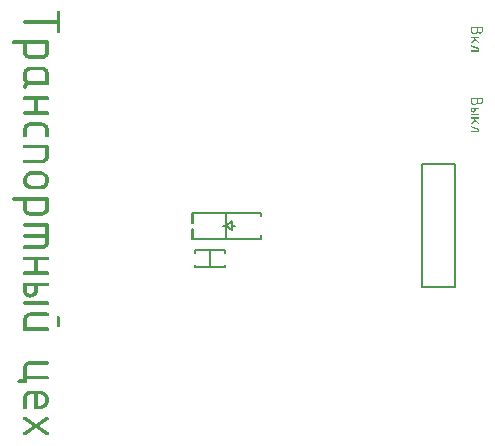
<source format=gto>
G04 Layer_Color=65535*
%FSLAX44Y44*%
%MOMM*%
G71*
G01*
G75*
%ADD19C,0.1500*%
%ADD20C,0.2000*%
G36*
X92702Y296288D02*
X93346Y296229D01*
X94107Y296054D01*
X94986Y295761D01*
X95923Y295409D01*
X96860Y294823D01*
X97739Y294062D01*
X97856Y293945D01*
X98090Y293652D01*
X98500Y293183D01*
X98910Y292481D01*
X99320Y291719D01*
X99730Y290723D01*
X99965Y289669D01*
X100082Y288498D01*
Y288439D01*
Y288322D01*
Y288146D01*
X100023Y287912D01*
X99965Y287326D01*
X99789Y286565D01*
X99555Y285628D01*
X99145Y284690D01*
X98559Y283753D01*
X97797Y282875D01*
X97680Y282757D01*
X97388Y282523D01*
X96919Y282172D01*
X96216Y281703D01*
X95396Y281293D01*
X94459Y280942D01*
X93405Y280707D01*
X92175Y280590D01*
X85556D01*
X85322Y280649D01*
X84677Y280707D01*
X83916Y280883D01*
X83037Y281176D01*
X82100Y281586D01*
X81163Y282172D01*
X80284Y282933D01*
X80167Y283050D01*
X79933Y283343D01*
X79581Y283812D01*
X79171Y284456D01*
X78703Y285276D01*
X78351Y286213D01*
X78117Y287326D01*
X78000Y288498D01*
Y288556D01*
Y288615D01*
Y288790D01*
X78059Y289025D01*
X78117Y289669D01*
X78293Y290431D01*
X78586Y291309D01*
X78937Y292246D01*
X79523Y293183D01*
X80284Y294062D01*
X80401Y294179D01*
X80694Y294413D01*
X81163Y294765D01*
X81866Y295175D01*
X82627Y295644D01*
X83623Y295995D01*
X84677Y296229D01*
X85849Y296346D01*
X92467D01*
X92702Y296288D01*
D02*
G37*
G36*
X99028Y274206D02*
X99320Y274089D01*
X99555Y273913D01*
X99847Y273620D01*
X100023Y273269D01*
X100082Y272742D01*
Y264834D01*
Y264776D01*
Y264717D01*
Y264366D01*
X99965Y263897D01*
X99847Y263312D01*
X99613Y262609D01*
X99320Y261847D01*
X98852Y261086D01*
X98208Y260383D01*
X98149Y260324D01*
X97856Y260090D01*
X97505Y259797D01*
X96978Y259446D01*
X96333Y259094D01*
X95572Y258801D01*
X94693Y258567D01*
X93756Y258509D01*
X83857D01*
X83330Y258626D01*
X82744Y258743D01*
X82042Y258977D01*
X81280Y259270D01*
X80519Y259739D01*
X79816Y260383D01*
X79757Y260441D01*
X79523Y260734D01*
X79230Y261086D01*
X78937Y261613D01*
X78586Y262257D01*
X78293Y263019D01*
X78059Y263897D01*
X78000Y264834D01*
Y271102D01*
X69858D01*
X69566Y271160D01*
X69331Y271277D01*
X69038Y271512D01*
X68746Y271746D01*
X68570Y272156D01*
X68511Y272683D01*
Y272742D01*
Y272917D01*
X68570Y273210D01*
X68687Y273444D01*
X68921Y273737D01*
X69156Y274030D01*
X69566Y274206D01*
X70093Y274265D01*
X98735D01*
X99028Y274206D01*
D02*
G37*
G36*
Y252124D02*
X99320Y252007D01*
X99555Y251773D01*
X99847Y251538D01*
X100023Y251128D01*
X100082Y250601D01*
Y236368D01*
Y236310D01*
Y236251D01*
Y235900D01*
X99965Y235431D01*
X99847Y234845D01*
X99613Y234142D01*
X99320Y233381D01*
X98852Y232620D01*
X98208Y231917D01*
X98149Y231858D01*
X97856Y231624D01*
X97505Y231331D01*
X96978Y230979D01*
X96333Y230628D01*
X95572Y230335D01*
X94693Y230101D01*
X93756Y230042D01*
X79289D01*
X79054Y230101D01*
X78761Y230218D01*
X78469Y230452D01*
X78234Y230687D01*
X78059Y231097D01*
X78000Y231624D01*
Y231682D01*
Y231858D01*
X78059Y232151D01*
X78176Y232385D01*
X78351Y232678D01*
X78644Y232971D01*
X78996Y233147D01*
X79523Y233205D01*
X93990D01*
X94225Y233264D01*
X94517Y233322D01*
X94869Y233440D01*
X95279Y233615D01*
X95630Y233850D01*
X95982Y234142D01*
X96040Y234201D01*
X96157Y234318D01*
X96275Y234494D01*
X96450Y234787D01*
X96626Y235080D01*
X96802Y235490D01*
X96860Y235900D01*
X96919Y236368D01*
Y239531D01*
X79289D01*
X79054Y239590D01*
X78761Y239707D01*
X78469Y239941D01*
X78234Y240175D01*
X78059Y240585D01*
X78000Y241112D01*
Y241171D01*
Y241347D01*
X78059Y241640D01*
X78176Y241874D01*
X78351Y242167D01*
X78644Y242460D01*
X78996Y242635D01*
X79523Y242694D01*
X96919D01*
Y249020D01*
X79289D01*
X79054Y249078D01*
X78761Y249195D01*
X78469Y249430D01*
X78234Y249664D01*
X78059Y250074D01*
X78000Y250601D01*
Y250660D01*
Y250836D01*
X78059Y251128D01*
X78176Y251363D01*
X78351Y251656D01*
X78644Y251948D01*
X78996Y252124D01*
X79523Y252183D01*
X98735D01*
X99028Y252124D01*
D02*
G37*
G36*
Y318370D02*
X99320Y318252D01*
X99555Y318077D01*
X99847Y317784D01*
X100023Y317432D01*
X100082Y316905D01*
Y308998D01*
Y308939D01*
Y308881D01*
Y308529D01*
X99965Y308061D01*
X99847Y307475D01*
X99613Y306772D01*
X99320Y306011D01*
X98852Y305249D01*
X98208Y304547D01*
X98149Y304488D01*
X97856Y304254D01*
X97505Y303961D01*
X96978Y303609D01*
X96333Y303258D01*
X95572Y302965D01*
X94693Y302731D01*
X93756Y302672D01*
X79289D01*
X79054Y302731D01*
X78761Y302848D01*
X78469Y303082D01*
X78234Y303316D01*
X78059Y303726D01*
X78000Y304254D01*
Y304312D01*
Y304488D01*
X78059Y304781D01*
X78176Y305015D01*
X78351Y305308D01*
X78644Y305601D01*
X78996Y305777D01*
X79523Y305835D01*
X93990D01*
X94225Y305894D01*
X94517Y305952D01*
X94869Y306069D01*
X95279Y306245D01*
X95630Y306479D01*
X95982Y306772D01*
X96040Y306831D01*
X96157Y306948D01*
X96275Y307124D01*
X96450Y307358D01*
X96626Y307709D01*
X96802Y308061D01*
X96860Y308529D01*
X96919Y308998D01*
Y315265D01*
X79289D01*
X79054Y315324D01*
X78761Y315441D01*
X78469Y315675D01*
X78234Y315910D01*
X78059Y316320D01*
X78000Y316847D01*
Y316905D01*
Y317081D01*
X78059Y317374D01*
X78176Y317608D01*
X78351Y317901D01*
X78644Y318194D01*
X78996Y318370D01*
X79523Y318428D01*
X98735D01*
X99028Y318370D01*
D02*
G37*
G36*
X94225Y384615D02*
X94693Y384556D01*
X95279Y384439D01*
X95982Y384205D01*
X96743Y383912D01*
X97505Y383443D01*
X98208Y382858D01*
X98266Y382799D01*
X98500Y382506D01*
X98793Y382155D01*
X99145Y381628D01*
X99496Y380983D01*
X99789Y380222D01*
X100023Y379343D01*
X100082Y378406D01*
Y370499D01*
Y370440D01*
Y370265D01*
X100023Y369972D01*
X99906Y369679D01*
X99672Y369445D01*
X99438Y369152D01*
X99028Y368976D01*
X98500Y368918D01*
X82451D01*
X82159Y368859D01*
X81924Y368742D01*
X81631Y368507D01*
X81339Y368273D01*
X81163Y367863D01*
X81104Y367336D01*
Y367277D01*
Y367102D01*
X81046Y366809D01*
X80929Y366516D01*
X80694Y366282D01*
X80460Y365989D01*
X80050Y365813D01*
X79523Y365755D01*
X79289D01*
X79054Y365813D01*
X78761Y365930D01*
X78469Y366165D01*
X78234Y366399D01*
X78059Y366809D01*
X78000Y367336D01*
Y367453D01*
Y367687D01*
X78117Y368097D01*
X78234Y368625D01*
X78410Y369210D01*
X78703Y369796D01*
X79113Y370382D01*
X79640Y370968D01*
X79581Y371026D01*
X79406Y371260D01*
X79113Y371670D01*
X78820Y372139D01*
X78527Y372783D01*
X78234Y373486D01*
X78059Y374306D01*
X78000Y375243D01*
Y378406D01*
Y378523D01*
X78059Y378816D01*
X78117Y379343D01*
X78234Y379929D01*
X78469Y380632D01*
X78761Y381393D01*
X79230Y382155D01*
X79816Y382858D01*
X79874Y382916D01*
X80167Y383151D01*
X80519Y383443D01*
X81046Y383736D01*
X81690Y384088D01*
X82451Y384381D01*
X83330Y384615D01*
X84267Y384674D01*
X93873D01*
X94225Y384615D01*
D02*
G37*
G36*
X99028Y359370D02*
X99320Y359253D01*
X99555Y359019D01*
X99847Y358784D01*
X100023Y358374D01*
X100082Y357847D01*
Y357789D01*
Y357613D01*
X100023Y357320D01*
X99906Y357027D01*
X99672Y356793D01*
X99438Y356500D01*
X99028Y356325D01*
X98500Y356266D01*
X90652D01*
Y346836D01*
X98735D01*
X99028Y346777D01*
X99320Y346660D01*
X99555Y346426D01*
X99847Y346191D01*
X100023Y345781D01*
X100082Y345254D01*
Y345196D01*
Y345020D01*
X100023Y344727D01*
X99906Y344434D01*
X99672Y344200D01*
X99438Y343907D01*
X99028Y343731D01*
X98500Y343673D01*
X79289D01*
X79054Y343731D01*
X78761Y343848D01*
X78469Y344083D01*
X78234Y344317D01*
X78059Y344727D01*
X78000Y345254D01*
Y345313D01*
Y345489D01*
X78059Y345781D01*
X78176Y346016D01*
X78410Y346309D01*
X78644Y346601D01*
X79054Y346777D01*
X79581Y346836D01*
X87489D01*
Y356266D01*
X79347D01*
X79054Y356325D01*
X78820Y356442D01*
X78527Y356676D01*
X78234Y356910D01*
X78059Y357320D01*
X78000Y357847D01*
Y357906D01*
Y358082D01*
X78059Y358374D01*
X78176Y358609D01*
X78351Y358902D01*
X78644Y359194D01*
X78996Y359370D01*
X79523Y359429D01*
X98735D01*
X99028Y359370D01*
D02*
G37*
G36*
X94225Y337288D02*
X94693Y337230D01*
X95279Y337113D01*
X95982Y336878D01*
X96743Y336586D01*
X97505Y336117D01*
X98208Y335531D01*
X98266Y335473D01*
X98500Y335180D01*
X98793Y334828D01*
X99145Y334301D01*
X99496Y333657D01*
X99789Y332896D01*
X100023Y332017D01*
X100082Y331080D01*
Y326335D01*
Y326277D01*
Y326101D01*
X100023Y325808D01*
X99906Y325515D01*
X99672Y325281D01*
X99438Y324988D01*
X99028Y324813D01*
X98500Y324754D01*
X98266D01*
X97973Y324813D01*
X97739Y324930D01*
X97446Y325164D01*
X97153Y325398D01*
X96978Y325808D01*
X96919Y326335D01*
Y331080D01*
Y331138D01*
Y331314D01*
X96860Y331548D01*
X96802Y331841D01*
X96685Y332193D01*
X96509Y332544D01*
X96275Y332954D01*
X95982Y333306D01*
X95923Y333364D01*
X95806Y333423D01*
X95630Y333598D01*
X95337Y333716D01*
X95045Y333891D01*
X94635Y334067D01*
X94225Y334126D01*
X93756Y334184D01*
X84033D01*
X83799Y334126D01*
X83506Y334067D01*
X83154Y333950D01*
X82803Y333833D01*
X82393Y333598D01*
X82042Y333306D01*
X81983Y333247D01*
X81924Y333130D01*
X81749Y332954D01*
X81631Y332661D01*
X81456Y332368D01*
X81280Y331958D01*
X81222Y331548D01*
X81163Y331080D01*
Y326335D01*
Y326277D01*
Y326101D01*
X81104Y325808D01*
X80987Y325515D01*
X80753Y325281D01*
X80519Y324988D01*
X80109Y324813D01*
X79581Y324754D01*
X79347D01*
X79054Y324813D01*
X78820Y324930D01*
X78527Y325164D01*
X78234Y325398D01*
X78059Y325808D01*
X78000Y326335D01*
Y331080D01*
Y331197D01*
X78059Y331490D01*
X78117Y332017D01*
X78234Y332603D01*
X78469Y333306D01*
X78761Y334067D01*
X79230Y334828D01*
X79816Y335531D01*
X79874Y335590D01*
X80167Y335824D01*
X80519Y336117D01*
X81046Y336410D01*
X81690Y336761D01*
X82451Y337054D01*
X83330Y337288D01*
X84267Y337347D01*
X93873D01*
X94225Y337288D01*
D02*
G37*
G36*
X99028Y223717D02*
X99320Y223599D01*
X99555Y223365D01*
X99847Y223131D01*
X100023Y222721D01*
X100082Y222194D01*
Y222135D01*
Y221959D01*
X100023Y221667D01*
X99906Y221374D01*
X99672Y221139D01*
X99438Y220847D01*
X99028Y220671D01*
X98500Y220612D01*
X90652D01*
Y211182D01*
X98735D01*
X99028Y211124D01*
X99320Y211006D01*
X99555Y210772D01*
X99847Y210538D01*
X100023Y210128D01*
X100082Y209601D01*
Y209542D01*
Y209366D01*
X100023Y209073D01*
X99906Y208781D01*
X99672Y208546D01*
X99438Y208253D01*
X99028Y208078D01*
X98500Y208019D01*
X79289D01*
X79054Y208078D01*
X78761Y208195D01*
X78469Y208429D01*
X78234Y208663D01*
X78059Y209073D01*
X78000Y209601D01*
Y209659D01*
Y209835D01*
X78059Y210128D01*
X78176Y210362D01*
X78410Y210655D01*
X78644Y210948D01*
X79054Y211124D01*
X79581Y211182D01*
X87489D01*
Y220612D01*
X79347D01*
X79054Y220671D01*
X78820Y220788D01*
X78527Y221022D01*
X78234Y221257D01*
X78059Y221667D01*
X78000Y222194D01*
Y222252D01*
Y222428D01*
X78059Y222721D01*
X78176Y222955D01*
X78351Y223248D01*
X78644Y223541D01*
X78996Y223717D01*
X79523Y223775D01*
X98735D01*
X99028Y223717D01*
D02*
G37*
G36*
Y135389D02*
X99320Y135272D01*
X99555Y135038D01*
X99847Y134804D01*
X100023Y134394D01*
X100082Y133867D01*
Y133808D01*
Y133632D01*
X100023Y133339D01*
X99906Y133047D01*
X99672Y132812D01*
X99438Y132519D01*
X99028Y132344D01*
X98500Y132285D01*
X84033D01*
X83799Y132226D01*
X83506Y132168D01*
X83154Y132051D01*
X82803Y131934D01*
X82393Y131699D01*
X82042Y131406D01*
X81983Y131348D01*
X81924Y131231D01*
X81749Y131055D01*
X81631Y130762D01*
X81456Y130469D01*
X81280Y130059D01*
X81222Y129649D01*
X81163Y129181D01*
Y122855D01*
X98735D01*
X99028Y122796D01*
X99320Y122679D01*
X99555Y122445D01*
X99847Y122211D01*
X100023Y121801D01*
X100082Y121273D01*
Y121215D01*
Y121039D01*
X100023Y120746D01*
X99906Y120453D01*
X99672Y120219D01*
X99438Y119926D01*
X99028Y119750D01*
X98500Y119692D01*
X81163D01*
Y118111D01*
Y118052D01*
Y117876D01*
X81104Y117583D01*
X80987Y117290D01*
X80753Y117056D01*
X80519Y116763D01*
X80109Y116588D01*
X79581Y116529D01*
X74603D01*
X74310Y116588D01*
X74076Y116705D01*
X73783Y116939D01*
X73490Y117173D01*
X73314Y117583D01*
X73256Y118111D01*
Y118169D01*
Y118345D01*
X73314Y118638D01*
X73431Y118872D01*
X73666Y119165D01*
X73900Y119458D01*
X74310Y119633D01*
X74837Y119692D01*
X78000D01*
Y129181D01*
Y129298D01*
X78059Y129591D01*
X78117Y130118D01*
X78234Y130704D01*
X78469Y131406D01*
X78761Y132168D01*
X79230Y132929D01*
X79816Y133632D01*
X79874Y133691D01*
X80167Y133925D01*
X80519Y134218D01*
X81046Y134511D01*
X81690Y134862D01*
X82451Y135155D01*
X83330Y135389D01*
X84267Y135448D01*
X98735D01*
X99028Y135389D01*
D02*
G37*
G36*
X92702Y110145D02*
X93346Y110086D01*
X94107Y109910D01*
X94986Y109618D01*
X95923Y109266D01*
X96860Y108680D01*
X97739Y107919D01*
X97856Y107802D01*
X98090Y107509D01*
X98500Y107040D01*
X98910Y106337D01*
X99320Y105576D01*
X99730Y104580D01*
X99965Y103526D01*
X100082Y102354D01*
Y102296D01*
Y102179D01*
Y102003D01*
X100023Y101769D01*
X99965Y101183D01*
X99789Y100422D01*
X99555Y99485D01*
X99145Y98547D01*
X98559Y97610D01*
X97797Y96732D01*
X97680Y96614D01*
X97388Y96380D01*
X96919Y96029D01*
X96216Y95560D01*
X95396Y95150D01*
X94459Y94799D01*
X93405Y94564D01*
X92175Y94447D01*
X87489D01*
Y107040D01*
X84092D01*
X83857Y106982D01*
X83564Y106923D01*
X83154Y106806D01*
X82803Y106689D01*
X82393Y106455D01*
X82042Y106162D01*
X81983Y106103D01*
X81924Y105986D01*
X81749Y105810D01*
X81631Y105517D01*
X81456Y105225D01*
X81280Y104815D01*
X81222Y104405D01*
X81163Y103936D01*
Y96029D01*
Y95970D01*
Y95794D01*
X81104Y95502D01*
X80987Y95209D01*
X80753Y94974D01*
X80519Y94682D01*
X80109Y94506D01*
X79581Y94447D01*
X79347D01*
X79054Y94506D01*
X78820Y94623D01*
X78527Y94857D01*
X78234Y95092D01*
X78059Y95502D01*
X78000Y96029D01*
Y103936D01*
Y104053D01*
X78059Y104346D01*
X78117Y104873D01*
X78234Y105459D01*
X78469Y106162D01*
X78761Y106923D01*
X79230Y107685D01*
X79816Y108387D01*
X79874Y108446D01*
X80167Y108680D01*
X80519Y108973D01*
X81046Y109266D01*
X81690Y109618D01*
X82451Y109910D01*
X83330Y110145D01*
X84267Y110203D01*
X92467D01*
X92702Y110145D01*
D02*
G37*
G36*
X99028Y88063D02*
X99320Y87946D01*
X99555Y87770D01*
X99847Y87477D01*
X100023Y87126D01*
X100082Y86599D01*
Y86540D01*
Y86423D01*
X100023Y86071D01*
X99789Y85661D01*
X99613Y85427D01*
X99379Y85251D01*
X91882Y80273D01*
X99379Y75236D01*
X99438D01*
X99496Y75177D01*
X99730Y74943D01*
X99965Y74533D01*
X100082Y74240D01*
Y73947D01*
Y73888D01*
Y73713D01*
X100023Y73420D01*
X99906Y73127D01*
X99672Y72893D01*
X99438Y72600D01*
X99028Y72424D01*
X98500Y72365D01*
X98442D01*
X98208Y72424D01*
X97915Y72483D01*
X97622Y72658D01*
X89012Y78340D01*
X80460Y72658D01*
X80401Y72600D01*
X80167Y72483D01*
X79874Y72424D01*
X79523Y72365D01*
X79289D01*
X79054Y72424D01*
X78761Y72541D01*
X78469Y72776D01*
X78234Y73010D01*
X78059Y73420D01*
X78000Y73947D01*
Y74005D01*
Y74064D01*
X78059Y74415D01*
X78293Y74884D01*
X78410Y75060D01*
X78644Y75236D01*
X86142Y80273D01*
X78644Y85251D01*
X78527Y85310D01*
X78351Y85603D01*
X78117Y86013D01*
X78059Y86306D01*
X78000Y86599D01*
Y86716D01*
X78059Y86950D01*
X78176Y87360D01*
X78410Y87711D01*
X78469Y87770D01*
X78703Y87887D01*
X79054Y88063D01*
X79523Y88121D01*
X79640D01*
X79816Y88063D01*
X80109Y88004D01*
X80401Y87887D01*
X89012Y82147D01*
X97622Y87887D01*
X97680Y87946D01*
X97915Y88004D01*
X98149Y88063D01*
X98500Y88121D01*
X98735D01*
X99028Y88063D01*
D02*
G37*
G36*
Y176390D02*
X99320Y176273D01*
X99555Y176039D01*
X99847Y175804D01*
X100023Y175394D01*
X100082Y174867D01*
Y174809D01*
Y174633D01*
X100023Y174340D01*
X99906Y174047D01*
X99672Y173813D01*
X99438Y173520D01*
X99028Y173344D01*
X98500Y173286D01*
X84033D01*
X83799Y173227D01*
X83506Y173169D01*
X83154Y173051D01*
X82803Y172934D01*
X82393Y172700D01*
X82042Y172407D01*
X81983Y172349D01*
X81924Y172231D01*
X81749Y172056D01*
X81631Y171763D01*
X81456Y171470D01*
X81280Y171060D01*
X81222Y170650D01*
X81163Y170181D01*
Y163856D01*
X98735D01*
X99028Y163797D01*
X99320Y163680D01*
X99555Y163445D01*
X99847Y163211D01*
X100023Y162801D01*
X100082Y162274D01*
Y162215D01*
Y162040D01*
X100023Y161747D01*
X99906Y161454D01*
X99672Y161220D01*
X99438Y160927D01*
X99028Y160751D01*
X98500Y160693D01*
X79289D01*
X79054Y160751D01*
X78761Y160868D01*
X78469Y161103D01*
X78234Y161337D01*
X78059Y161747D01*
X78000Y162274D01*
Y170181D01*
Y170299D01*
X78059Y170591D01*
X78117Y171119D01*
X78234Y171704D01*
X78469Y172407D01*
X78761Y173169D01*
X79230Y173930D01*
X79816Y174633D01*
X79874Y174691D01*
X80167Y174926D01*
X80519Y175219D01*
X81046Y175511D01*
X81690Y175863D01*
X82451Y176156D01*
X83330Y176390D01*
X84267Y176449D01*
X98735D01*
X99028Y176390D01*
D02*
G37*
G36*
Y201635D02*
X99320Y201518D01*
X99555Y201283D01*
X99847Y201049D01*
X100023Y200639D01*
X100082Y200112D01*
Y200053D01*
Y199878D01*
X100023Y199585D01*
X99906Y199292D01*
X99672Y199058D01*
X99438Y198765D01*
X99028Y198589D01*
X98500Y198530D01*
X90652D01*
Y195368D01*
Y195309D01*
Y195250D01*
Y194899D01*
X90534Y194430D01*
X90417Y193845D01*
X90183Y193142D01*
X89890Y192380D01*
X89422Y191619D01*
X88777Y190916D01*
X88719Y190857D01*
X88426Y190623D01*
X88074Y190330D01*
X87547Y189979D01*
X86903Y189627D01*
X86142Y189335D01*
X85263Y189100D01*
X84326Y189042D01*
X83857D01*
X83389Y189159D01*
X82744Y189276D01*
X82042Y189510D01*
X81280Y189803D01*
X80519Y190272D01*
X79816Y190916D01*
X79757Y190975D01*
X79523Y191267D01*
X79230Y191619D01*
X78937Y192146D01*
X78586Y192790D01*
X78293Y193552D01*
X78059Y194430D01*
X78000Y195368D01*
Y200112D01*
Y200170D01*
Y200346D01*
X78059Y200639D01*
X78176Y200873D01*
X78351Y201166D01*
X78644Y201459D01*
X78996Y201635D01*
X79523Y201693D01*
X98735D01*
X99028Y201635D01*
D02*
G37*
G36*
Y185879D02*
X99320Y185762D01*
X99555Y185527D01*
X99847Y185293D01*
X100023Y184883D01*
X100082Y184356D01*
Y184297D01*
Y184122D01*
X100023Y183829D01*
X99906Y183536D01*
X99672Y183302D01*
X99438Y183009D01*
X99028Y182833D01*
X98500Y182774D01*
X79289D01*
X79054Y182833D01*
X78761Y182950D01*
X78469Y183184D01*
X78234Y183419D01*
X78059Y183829D01*
X78000Y184356D01*
Y184415D01*
Y184590D01*
X78059Y184883D01*
X78176Y185117D01*
X78351Y185410D01*
X78644Y185703D01*
X78996Y185879D01*
X79523Y185937D01*
X98735D01*
X99028Y185879D01*
D02*
G37*
G36*
X108516Y173286D02*
X108809Y173169D01*
X109043Y172934D01*
X109336Y172700D01*
X109512Y172290D01*
X109571Y171763D01*
Y165437D01*
Y165378D01*
Y165203D01*
X109512Y164910D01*
X109395Y164617D01*
X109160Y164383D01*
X108926Y164090D01*
X108516Y163914D01*
X107989Y163856D01*
X107755D01*
X107462Y163914D01*
X107228Y164031D01*
X106935Y164266D01*
X106642Y164500D01*
X106466Y164910D01*
X106408Y165437D01*
Y171763D01*
Y171821D01*
Y171997D01*
X106466Y172290D01*
X106583Y172524D01*
X106818Y172817D01*
X107052Y173110D01*
X107462Y173286D01*
X107989Y173344D01*
X108223D01*
X108516Y173286D01*
D02*
G37*
G36*
X99028Y406697D02*
X99320Y406580D01*
X99555Y406404D01*
X99847Y406111D01*
X100023Y405760D01*
X100082Y405232D01*
Y397325D01*
Y397267D01*
Y397208D01*
Y396857D01*
X99965Y396388D01*
X99847Y395802D01*
X99613Y395099D01*
X99320Y394338D01*
X98852Y393577D01*
X98208Y392874D01*
X98149Y392815D01*
X97856Y392581D01*
X97505Y392288D01*
X96978Y391936D01*
X96333Y391585D01*
X95572Y391292D01*
X94693Y391058D01*
X93756Y390999D01*
X83857D01*
X83330Y391116D01*
X82744Y391234D01*
X82042Y391468D01*
X81280Y391761D01*
X80519Y392229D01*
X79816Y392874D01*
X79757Y392932D01*
X79523Y393225D01*
X79230Y393577D01*
X78937Y394104D01*
X78586Y394748D01*
X78293Y395509D01*
X78059Y396388D01*
X78000Y397325D01*
Y403592D01*
X69858D01*
X69566Y403651D01*
X69331Y403768D01*
X69038Y404002D01*
X68746Y404237D01*
X68570Y404647D01*
X68511Y405174D01*
Y405232D01*
Y405408D01*
X68570Y405701D01*
X68687Y405935D01*
X68921Y406228D01*
X69156Y406521D01*
X69566Y406697D01*
X70093Y406755D01*
X98735D01*
X99028Y406697D01*
D02*
G37*
G36*
X464016Y349923D02*
X464113Y349884D01*
X464191Y349806D01*
X464289Y349728D01*
X464347Y349591D01*
X464367Y349416D01*
Y349396D01*
Y349338D01*
X464347Y349240D01*
X464308Y349143D01*
X464230Y349065D01*
X464152Y348967D01*
X464016Y348909D01*
X463840Y348889D01*
X461226D01*
Y347836D01*
Y347816D01*
Y347797D01*
Y347680D01*
X461187Y347523D01*
X461148Y347328D01*
X461070Y347094D01*
X460973Y346841D01*
X460817Y346587D01*
X460602Y346353D01*
X460583Y346334D01*
X460485Y346255D01*
X460368Y346158D01*
X460192Y346041D01*
X459978Y345924D01*
X459724Y345826D01*
X459432Y345748D01*
X459119Y345729D01*
X458963D01*
X458807Y345768D01*
X458593Y345807D01*
X458359Y345885D01*
X458105Y345982D01*
X457851Y346138D01*
X457617Y346353D01*
X457598Y346373D01*
X457520Y346470D01*
X457422Y346587D01*
X457325Y346763D01*
X457208Y346977D01*
X457110Y347231D01*
X457032Y347523D01*
X457013Y347836D01*
Y349416D01*
Y349435D01*
Y349494D01*
X457032Y349591D01*
X457071Y349669D01*
X457130Y349767D01*
X457227Y349864D01*
X457344Y349923D01*
X457520Y349942D01*
X463918D01*
X464016Y349923D01*
D02*
G37*
G36*
X467176Y418330D02*
X467273Y418292D01*
X467351Y418233D01*
X467449Y418135D01*
X467508Y418018D01*
X467527Y417843D01*
Y415209D01*
Y415190D01*
Y415151D01*
Y415092D01*
X467508Y415014D01*
X467488Y414819D01*
X467430Y414566D01*
X467351Y414254D01*
X467215Y413941D01*
X467020Y413629D01*
X466766Y413337D01*
X466727Y413298D01*
X466630Y413220D01*
X466474Y413103D01*
X466240Y412947D01*
X465966Y412810D01*
X465654Y412693D01*
X465303Y412615D01*
X464894Y412576D01*
X464777D01*
X464679Y412595D01*
X464445Y412634D01*
X464172Y412693D01*
X463840Y412810D01*
X463489Y412985D01*
X463333Y413103D01*
X463158Y413220D01*
X463001Y413376D01*
X462845Y413551D01*
X462826Y413532D01*
X462806Y413493D01*
X462748Y413415D01*
X462670Y413317D01*
X462592Y413200D01*
X462475Y413083D01*
X462338Y412947D01*
X462182Y412790D01*
X461987Y412654D01*
X461792Y412517D01*
X461577Y412400D01*
X461324Y412283D01*
X461070Y412186D01*
X460778Y412108D01*
X460485Y412069D01*
X460153Y412049D01*
X460036D01*
X459939Y412069D01*
X459822D01*
X459685Y412088D01*
X459393Y412166D01*
X459041Y412283D01*
X458671Y412439D01*
X458281Y412673D01*
X458105Y412830D01*
X457929Y412985D01*
Y413005D01*
X457891Y413024D01*
X457851Y413083D01*
X457793Y413142D01*
X457637Y413337D01*
X457481Y413610D01*
X457305Y413922D01*
X457149Y414312D01*
X457052Y414741D01*
X457032Y414975D01*
X457013Y415209D01*
Y417843D01*
Y417862D01*
Y417921D01*
X457032Y417999D01*
X457071Y418096D01*
X457130Y418194D01*
X457227Y418272D01*
X457344Y418330D01*
X457520Y418350D01*
X467078D01*
X467176Y418330D01*
D02*
G37*
G36*
X464016Y344675D02*
X464113Y344636D01*
X464191Y344558D01*
X464289Y344480D01*
X464347Y344344D01*
X464367Y344168D01*
Y344149D01*
Y344090D01*
X464347Y343993D01*
X464308Y343895D01*
X464230Y343817D01*
X464152Y343720D01*
X464016Y343661D01*
X463840Y343642D01*
X457442D01*
X457364Y343661D01*
X457266Y343700D01*
X457169Y343778D01*
X457091Y343856D01*
X457032Y343993D01*
X457013Y344168D01*
Y344188D01*
Y344246D01*
X457032Y344344D01*
X457071Y344422D01*
X457130Y344519D01*
X457227Y344617D01*
X457344Y344675D01*
X457520Y344695D01*
X463918D01*
X464016Y344675D01*
D02*
G37*
G36*
X457696Y402569D02*
X463938Y400501D01*
X463957D01*
X463996Y400462D01*
X464074Y400423D01*
X464152Y400384D01*
X464230Y400306D01*
X464308Y400208D01*
X464347Y400111D01*
X464367Y399974D01*
Y397868D01*
Y397848D01*
Y397789D01*
X464347Y397692D01*
X464308Y397594D01*
X464230Y397516D01*
X464152Y397419D01*
X464016Y397360D01*
X463840Y397341D01*
X457442D01*
X457364Y397360D01*
X457266Y397399D01*
X457169Y397477D01*
X457091Y397555D01*
X457032Y397692D01*
X457013Y397868D01*
Y397887D01*
Y397946D01*
X457032Y398043D01*
X457071Y398121D01*
X457130Y398219D01*
X457227Y398316D01*
X457344Y398375D01*
X457520Y398394D01*
X463313D01*
Y399604D01*
X457364Y401574D01*
X457344D01*
X457305Y401593D01*
X457188Y401671D01*
X457130Y401749D01*
X457071Y401827D01*
X457032Y401925D01*
X457013Y402062D01*
Y402081D01*
Y402140D01*
X457032Y402237D01*
X457071Y402315D01*
X457149Y402413D01*
X457227Y402510D01*
X457364Y402569D01*
X457539Y402588D01*
X457598D01*
X457696Y402569D01*
D02*
G37*
G36*
X467176Y358330D02*
X467273Y358292D01*
X467351Y358233D01*
X467449Y358135D01*
X467508Y358018D01*
X467527Y357843D01*
Y355209D01*
Y355190D01*
Y355151D01*
Y355092D01*
X467508Y355014D01*
X467488Y354819D01*
X467430Y354566D01*
X467351Y354254D01*
X467215Y353941D01*
X467020Y353629D01*
X466766Y353337D01*
X466727Y353298D01*
X466630Y353220D01*
X466474Y353103D01*
X466240Y352947D01*
X465966Y352810D01*
X465654Y352693D01*
X465303Y352615D01*
X464894Y352576D01*
X464777D01*
X464679Y352595D01*
X464445Y352634D01*
X464172Y352693D01*
X463840Y352810D01*
X463489Y352985D01*
X463333Y353103D01*
X463158Y353220D01*
X463001Y353376D01*
X462845Y353551D01*
X462826Y353532D01*
X462806Y353493D01*
X462748Y353415D01*
X462670Y353317D01*
X462592Y353200D01*
X462475Y353083D01*
X462338Y352947D01*
X462182Y352790D01*
X461987Y352654D01*
X461792Y352517D01*
X461577Y352400D01*
X461324Y352283D01*
X461070Y352186D01*
X460778Y352108D01*
X460485Y352069D01*
X460153Y352049D01*
X460036D01*
X459939Y352069D01*
X459822D01*
X459685Y352088D01*
X459393Y352166D01*
X459041Y352283D01*
X458671Y352439D01*
X458281Y352673D01*
X458105Y352830D01*
X457929Y352985D01*
Y353005D01*
X457891Y353024D01*
X457851Y353083D01*
X457793Y353142D01*
X457637Y353337D01*
X457481Y353610D01*
X457305Y353922D01*
X457149Y354312D01*
X457052Y354741D01*
X457032Y354975D01*
X457013Y355209D01*
Y357843D01*
Y357862D01*
Y357921D01*
X457032Y357999D01*
X457071Y358096D01*
X457130Y358194D01*
X457227Y358272D01*
X457344Y358330D01*
X457520Y358350D01*
X467078D01*
X467176Y358330D01*
D02*
G37*
G36*
X464016Y409923D02*
X464113Y409884D01*
X464191Y409806D01*
X464289Y409728D01*
X464347Y409591D01*
X464367Y409416D01*
Y409396D01*
Y409338D01*
X464347Y409240D01*
X464308Y409143D01*
X464230Y409065D01*
X464152Y408967D01*
X464016Y408909D01*
X463840Y408889D01*
X460914D01*
X464211Y405592D01*
X464230Y405573D01*
X464289Y405495D01*
X464347Y405378D01*
X464367Y405222D01*
Y405202D01*
Y405144D01*
X464347Y405046D01*
X464308Y404949D01*
X464230Y404870D01*
X464152Y404773D01*
X464016Y404715D01*
X463840Y404695D01*
X463801D01*
X463723Y404715D01*
X463587Y404753D01*
X463470Y404851D01*
X461148Y407153D01*
X457832Y404793D01*
X457812Y404773D01*
X457734Y404734D01*
X457637Y404715D01*
X457520Y404695D01*
X457442D01*
X457364Y404715D01*
X457266Y404753D01*
X457169Y404832D01*
X457091Y404910D01*
X457032Y405046D01*
X457013Y405222D01*
Y405241D01*
Y405261D01*
X457032Y405378D01*
X457110Y405514D01*
X457149Y405592D01*
X457227Y405651D01*
X460387Y407914D01*
X459412Y408889D01*
X457442D01*
X457364Y408909D01*
X457266Y408947D01*
X457169Y409026D01*
X457091Y409104D01*
X457032Y409240D01*
X457013Y409416D01*
Y409435D01*
Y409494D01*
X457032Y409591D01*
X457071Y409669D01*
X457130Y409767D01*
X457227Y409864D01*
X457344Y409923D01*
X457520Y409942D01*
X463918D01*
X464016Y409923D01*
D02*
G37*
G36*
X457696Y334161D02*
X463938Y332093D01*
X463957D01*
X463996Y332054D01*
X464074Y332015D01*
X464152Y331976D01*
X464230Y331898D01*
X464308Y331801D01*
X464347Y331703D01*
X464367Y331567D01*
Y329460D01*
Y329440D01*
Y329382D01*
X464347Y329284D01*
X464308Y329187D01*
X464230Y329109D01*
X464152Y329011D01*
X464016Y328953D01*
X463840Y328933D01*
X457442D01*
X457364Y328953D01*
X457266Y328992D01*
X457169Y329070D01*
X457091Y329148D01*
X457032Y329284D01*
X457013Y329460D01*
Y329479D01*
Y329538D01*
X457032Y329635D01*
X457071Y329713D01*
X457130Y329811D01*
X457227Y329908D01*
X457344Y329967D01*
X457520Y329986D01*
X463313D01*
Y331196D01*
X457364Y333166D01*
X457344D01*
X457305Y333186D01*
X457188Y333264D01*
X457130Y333342D01*
X457071Y333420D01*
X457032Y333517D01*
X457013Y333654D01*
Y333673D01*
Y333732D01*
X457032Y333829D01*
X457071Y333908D01*
X457149Y334005D01*
X457227Y334103D01*
X457364Y334161D01*
X457539Y334181D01*
X457598D01*
X457696Y334161D01*
D02*
G37*
G36*
X108516Y431941D02*
X108809Y431824D01*
X109043Y431590D01*
X109336Y431356D01*
X109512Y430946D01*
X109571Y430419D01*
Y414604D01*
Y414545D01*
Y414370D01*
X109512Y414077D01*
X109395Y413784D01*
X109160Y413550D01*
X108926Y413257D01*
X108516Y413081D01*
X107989Y413022D01*
X107755D01*
X107462Y413081D01*
X107228Y413198D01*
X106935Y413433D01*
X106642Y413667D01*
X106466Y414077D01*
X106408Y414604D01*
Y420930D01*
X79289D01*
X79054Y420988D01*
X78761Y421105D01*
X78469Y421340D01*
X78234Y421574D01*
X78059Y421984D01*
X78000Y422511D01*
Y422570D01*
Y422746D01*
X78059Y423038D01*
X78176Y423273D01*
X78351Y423566D01*
X78644Y423858D01*
X78996Y424034D01*
X79523Y424093D01*
X106408D01*
Y430419D01*
Y430477D01*
Y430653D01*
X106466Y430946D01*
X106583Y431180D01*
X106818Y431473D01*
X107052Y431766D01*
X107462Y431941D01*
X107989Y432000D01*
X108223D01*
X108516Y431941D01*
D02*
G37*
G36*
X464016Y341515D02*
X464113Y341476D01*
X464191Y341398D01*
X464289Y341320D01*
X464347Y341184D01*
X464367Y341008D01*
Y340989D01*
Y340930D01*
X464347Y340832D01*
X464308Y340735D01*
X464230Y340657D01*
X464152Y340559D01*
X464016Y340501D01*
X463840Y340481D01*
X460914D01*
X464211Y337185D01*
X464230Y337165D01*
X464289Y337087D01*
X464347Y336970D01*
X464367Y336814D01*
Y336795D01*
Y336736D01*
X464347Y336638D01*
X464308Y336541D01*
X464230Y336463D01*
X464152Y336365D01*
X464016Y336307D01*
X463840Y336287D01*
X463801D01*
X463723Y336307D01*
X463587Y336346D01*
X463470Y336443D01*
X461148Y338745D01*
X457832Y336385D01*
X457812Y336365D01*
X457734Y336326D01*
X457637Y336307D01*
X457520Y336287D01*
X457442D01*
X457364Y336307D01*
X457266Y336346D01*
X457169Y336424D01*
X457091Y336502D01*
X457032Y336638D01*
X457013Y336814D01*
Y336834D01*
Y336853D01*
X457032Y336970D01*
X457110Y337107D01*
X457149Y337185D01*
X457227Y337243D01*
X460387Y339506D01*
X459412Y340481D01*
X457442D01*
X457364Y340501D01*
X457266Y340540D01*
X457169Y340618D01*
X457091Y340696D01*
X457032Y340832D01*
X457013Y341008D01*
Y341028D01*
Y341086D01*
X457032Y341184D01*
X457071Y341262D01*
X457130Y341359D01*
X457227Y341457D01*
X457344Y341515D01*
X457520Y341535D01*
X463918D01*
X464016Y341515D01*
D02*
G37*
%LPC*%
G36*
X92175Y293183D02*
X85497D01*
X85146Y293125D01*
X84677Y293008D01*
X84150Y292832D01*
X83623Y292598D01*
X83037Y292305D01*
X82510Y291836D01*
X82451Y291778D01*
X82276Y291602D01*
X82100Y291309D01*
X81866Y290899D01*
X81573Y290431D01*
X81397Y289845D01*
X81222Y289200D01*
X81163Y288498D01*
Y288439D01*
Y288146D01*
X81222Y287795D01*
X81339Y287326D01*
X81514Y286858D01*
X81749Y286272D01*
X82042Y285686D01*
X82510Y285159D01*
X82569Y285100D01*
X82744Y284925D01*
X83037Y284690D01*
X83447Y284456D01*
X83916Y284222D01*
X84501Y283988D01*
X85146Y283812D01*
X85849Y283753D01*
X92526D01*
X92877Y283812D01*
X93346Y283929D01*
X93814Y284105D01*
X94400Y284339D01*
X94986Y284690D01*
X95513Y285159D01*
X95572Y285218D01*
X95747Y285393D01*
X95982Y285686D01*
X96216Y286096D01*
X96450Y286565D01*
X96685Y287150D01*
X96860Y287795D01*
X96919Y288498D01*
Y288556D01*
Y288790D01*
X96860Y289200D01*
X96743Y289611D01*
X96567Y290138D01*
X96333Y290723D01*
X95982Y291309D01*
X95513Y291836D01*
X95455Y291895D01*
X95279Y292071D01*
X94986Y292246D01*
X94576Y292481D01*
X94107Y292773D01*
X93522Y292949D01*
X92877Y293125D01*
X92175Y293183D01*
D02*
G37*
G36*
X96919Y271102D02*
X81163D01*
Y264834D01*
Y264776D01*
Y264600D01*
X81222Y264366D01*
X81280Y264073D01*
X81397Y263722D01*
X81514Y263370D01*
X81749Y262960D01*
X82042Y262609D01*
X82100Y262550D01*
X82217Y262433D01*
X82393Y262316D01*
X82686Y262140D01*
X82979Y261964D01*
X83389Y261789D01*
X83799Y261730D01*
X84267Y261672D01*
X93990D01*
X94225Y261730D01*
X94517Y261789D01*
X94869Y261906D01*
X95279Y262082D01*
X95630Y262316D01*
X95982Y262609D01*
X96040Y262667D01*
X96157Y262784D01*
X96275Y262960D01*
X96450Y263194D01*
X96626Y263546D01*
X96802Y263897D01*
X96860Y264366D01*
X96919Y264834D01*
Y271102D01*
D02*
G37*
G36*
X93756Y381511D02*
X84033D01*
X83799Y381452D01*
X83506Y381393D01*
X83154Y381276D01*
X82803Y381159D01*
X82393Y380925D01*
X82042Y380632D01*
X81983Y380573D01*
X81924Y380456D01*
X81749Y380281D01*
X81631Y379988D01*
X81456Y379695D01*
X81280Y379285D01*
X81222Y378875D01*
X81163Y378406D01*
Y375243D01*
Y375185D01*
Y375009D01*
X81222Y374775D01*
X81280Y374482D01*
X81397Y374131D01*
X81514Y373779D01*
X81749Y373369D01*
X82042Y373018D01*
X82100Y372959D01*
X82217Y372842D01*
X82393Y372725D01*
X82686Y372549D01*
X82979Y372373D01*
X83389Y372198D01*
X83799Y372139D01*
X84267Y372080D01*
X96919D01*
Y378406D01*
Y378465D01*
Y378641D01*
X96860Y378875D01*
X96802Y379168D01*
X96685Y379519D01*
X96509Y379871D01*
X96275Y380281D01*
X95982Y380632D01*
X95923Y380691D01*
X95806Y380749D01*
X95630Y380925D01*
X95337Y381042D01*
X95045Y381218D01*
X94635Y381393D01*
X94225Y381452D01*
X93756Y381511D01*
D02*
G37*
G36*
X92175Y107040D02*
X90652D01*
Y97610D01*
X92526D01*
X92877Y97669D01*
X93346Y97786D01*
X93814Y97962D01*
X94400Y98196D01*
X94986Y98547D01*
X95513Y99016D01*
X95572Y99074D01*
X95747Y99250D01*
X95982Y99543D01*
X96216Y99953D01*
X96450Y100422D01*
X96685Y101007D01*
X96860Y101652D01*
X96919Y102354D01*
Y102413D01*
Y102647D01*
X96860Y103057D01*
X96743Y103467D01*
X96567Y103995D01*
X96333Y104580D01*
X95982Y105166D01*
X95513Y105693D01*
X95455Y105752D01*
X95279Y105927D01*
X94986Y106103D01*
X94576Y106337D01*
X94107Y106630D01*
X93522Y106806D01*
X92877Y106982D01*
X92175Y107040D01*
D02*
G37*
G36*
X87489Y198530D02*
X81163D01*
Y195368D01*
Y195309D01*
Y195133D01*
X81222Y194899D01*
X81280Y194606D01*
X81397Y194255D01*
X81514Y193903D01*
X81749Y193493D01*
X82042Y193142D01*
X82100Y193083D01*
X82217Y192966D01*
X82393Y192849D01*
X82686Y192673D01*
X83037Y192498D01*
X83389Y192322D01*
X83857Y192263D01*
X84326Y192205D01*
X84560D01*
X84794Y192263D01*
X85087Y192322D01*
X85439Y192439D01*
X85790Y192615D01*
X86200Y192849D01*
X86552Y193142D01*
X86610Y193200D01*
X86727Y193318D01*
X86844Y193493D01*
X87020Y193786D01*
X87196Y194079D01*
X87372Y194489D01*
X87430Y194899D01*
X87489Y195368D01*
Y198530D01*
D02*
G37*
G36*
X96919Y403592D02*
X81163D01*
Y397325D01*
Y397267D01*
Y397091D01*
X81222Y396857D01*
X81280Y396564D01*
X81397Y396212D01*
X81514Y395861D01*
X81749Y395451D01*
X82042Y395099D01*
X82100Y395041D01*
X82217Y394924D01*
X82393Y394807D01*
X82686Y394631D01*
X82979Y394455D01*
X83389Y394279D01*
X83799Y394221D01*
X84267Y394162D01*
X93990D01*
X94225Y394221D01*
X94517Y394279D01*
X94869Y394397D01*
X95279Y394572D01*
X95630Y394807D01*
X95982Y395099D01*
X96040Y395158D01*
X96157Y395275D01*
X96275Y395451D01*
X96450Y395685D01*
X96626Y396036D01*
X96802Y396388D01*
X96860Y396857D01*
X96919Y397325D01*
Y403592D01*
D02*
G37*
G36*
X460173Y348889D02*
X458066D01*
Y347836D01*
Y347816D01*
Y347758D01*
X458086Y347680D01*
X458105Y347582D01*
X458144Y347465D01*
X458183Y347348D01*
X458261Y347211D01*
X458359Y347094D01*
X458378Y347075D01*
X458417Y347036D01*
X458476Y346997D01*
X458573Y346938D01*
X458690Y346880D01*
X458807Y346821D01*
X458963Y346802D01*
X459119Y346782D01*
X459198D01*
X459276Y346802D01*
X459373Y346821D01*
X459490Y346860D01*
X459607Y346919D01*
X459744Y346997D01*
X459861Y347094D01*
X459880Y347114D01*
X459919Y347153D01*
X459958Y347211D01*
X460017Y347309D01*
X460075Y347407D01*
X460134Y347543D01*
X460153Y347680D01*
X460173Y347836D01*
Y348889D01*
D02*
G37*
G36*
X466474Y417297D02*
X463313D01*
Y415209D01*
Y415190D01*
Y415092D01*
X463333Y414975D01*
X463372Y414819D01*
X463431Y414663D01*
X463509Y414468D01*
X463606Y414273D01*
X463762Y414097D01*
X463782Y414078D01*
X463840Y414019D01*
X463938Y413941D01*
X464074Y413863D01*
X464250Y413785D01*
X464445Y413707D01*
X464660Y413649D01*
X464894Y413629D01*
X465011D01*
X465128Y413649D01*
X465284Y413688D01*
X465440Y413746D01*
X465635Y413824D01*
X465830Y413941D01*
X466006Y414097D01*
X466025Y414117D01*
X466083Y414175D01*
X466162Y414273D01*
X466240Y414410D01*
X466318Y414566D01*
X466396Y414761D01*
X466454Y414975D01*
X466474Y415209D01*
Y417297D01*
D02*
G37*
G36*
X462260D02*
X458066D01*
Y415209D01*
Y415190D01*
Y415170D01*
X458086Y415053D01*
X458105Y414897D01*
X458144Y414702D01*
X458222Y414468D01*
X458320Y414215D01*
X458476Y413961D01*
X458671Y413727D01*
X458690Y413707D01*
X458788Y413629D01*
X458905Y413532D01*
X459081Y413415D01*
X459295Y413298D01*
X459549Y413200D01*
X459841Y413122D01*
X460153Y413103D01*
X460309D01*
X460466Y413142D01*
X460661Y413181D01*
X460895Y413259D01*
X461148Y413356D01*
X461402Y413512D01*
X461636Y413727D01*
X461655Y413746D01*
X461733Y413844D01*
X461831Y413961D01*
X461948Y414137D01*
X462065Y414351D01*
X462163Y414605D01*
X462241Y414897D01*
X462260Y415209D01*
Y417297D01*
D02*
G37*
G36*
X466474Y357297D02*
X463313D01*
Y355209D01*
Y355190D01*
Y355092D01*
X463333Y354975D01*
X463372Y354819D01*
X463431Y354663D01*
X463509Y354468D01*
X463606Y354273D01*
X463762Y354097D01*
X463782Y354078D01*
X463840Y354019D01*
X463938Y353941D01*
X464074Y353863D01*
X464250Y353785D01*
X464445Y353707D01*
X464660Y353649D01*
X464894Y353629D01*
X465011D01*
X465128Y353649D01*
X465284Y353688D01*
X465440Y353746D01*
X465635Y353824D01*
X465830Y353941D01*
X466006Y354097D01*
X466025Y354117D01*
X466083Y354175D01*
X466162Y354273D01*
X466240Y354410D01*
X466318Y354566D01*
X466396Y354761D01*
X466454Y354975D01*
X466474Y355209D01*
Y357297D01*
D02*
G37*
G36*
X462260D02*
X458066D01*
Y355209D01*
Y355190D01*
Y355170D01*
X458086Y355053D01*
X458105Y354897D01*
X458144Y354702D01*
X458222Y354468D01*
X458320Y354215D01*
X458476Y353961D01*
X458671Y353727D01*
X458690Y353707D01*
X458788Y353629D01*
X458905Y353532D01*
X459081Y353415D01*
X459295Y353298D01*
X459549Y353200D01*
X459841Y353122D01*
X460153Y353103D01*
X460309D01*
X460466Y353142D01*
X460661Y353181D01*
X460895Y353259D01*
X461148Y353356D01*
X461402Y353512D01*
X461636Y353727D01*
X461655Y353746D01*
X461733Y353844D01*
X461831Y353961D01*
X461948Y354137D01*
X462065Y354351D01*
X462163Y354605D01*
X462241Y354897D01*
X462260Y355209D01*
Y357297D01*
D02*
G37*
%LPD*%
D19*
X279210Y239000D02*
Y242000D01*
X222060Y239000D02*
X279210D01*
X222060D02*
Y247460D01*
Y252540D02*
Y261000D01*
X279210D01*
Y258000D02*
Y261000D01*
X250000Y239000D02*
Y261000D01*
Y250000D02*
X255080Y246190D01*
X250000Y250000D02*
X255080Y253810D01*
X247460Y250000D02*
X250000D01*
X255080D02*
X257620D01*
X255080Y246190D02*
Y253810D01*
X220790Y261000D02*
X222060D01*
X220790Y252540D02*
Y261000D01*
Y252540D02*
X222060D01*
X220790Y239000D02*
X222060D01*
X220790D02*
Y247460D01*
X222060D01*
X248700Y227080D02*
Y229000D01*
X223300D02*
X248700D01*
X223300Y227080D02*
Y229000D01*
Y215000D02*
Y216920D01*
Y215000D02*
X248700D01*
Y216920D01*
X236000Y215000D02*
Y229000D01*
D20*
X416000Y302000D02*
X444000D01*
X416000Y197700D02*
X444000D01*
Y302000D01*
X416000Y197700D02*
Y302000D01*
M02*

</source>
